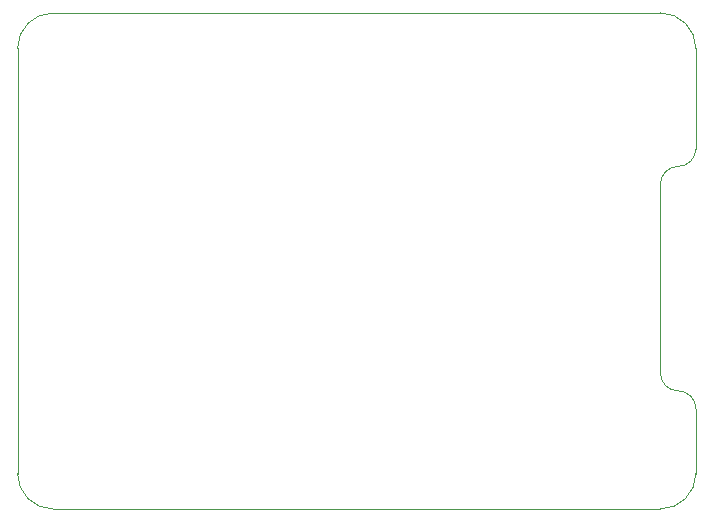
<source format=gbr>
%TF.GenerationSoftware,KiCad,Pcbnew,8.0.1-rc1*%
%TF.CreationDate,2024-04-16T22:30:49-06:00*%
%TF.ProjectId,bitaxe-ESP-OLED,62697461-7865-42d4-9553-502d4f4c4544,rev?*%
%TF.SameCoordinates,Original*%
%TF.FileFunction,Profile,NP*%
%FSLAX46Y46*%
G04 Gerber Fmt 4.6, Leading zero omitted, Abs format (unit mm)*
G04 Created by KiCad (PCBNEW 8.0.1-rc1) date 2024-04-16 22:30:49*
%MOMM*%
%LPD*%
G01*
G04 APERTURE LIST*
%TA.AperFunction,Profile*%
%ADD10C,0.100000*%
%TD*%
G04 APERTURE END LIST*
D10*
X132573000Y-104000000D02*
G75*
G02*
X129573000Y-101000000I0J3000000D01*
G01*
X184000000Y-62000000D02*
X132573000Y-62000000D01*
X187000000Y-101000000D02*
G75*
G02*
X184000000Y-104000000I-3000000J0D01*
G01*
X132573000Y-104000000D02*
X184000000Y-104000000D01*
X184000000Y-76500000D02*
G75*
G02*
X185500000Y-75000000I1500000J0D01*
G01*
X184000000Y-62000000D02*
G75*
G02*
X187000000Y-65000000I0J-3000000D01*
G01*
X187000000Y-73500000D02*
X187000000Y-65000000D01*
X187000000Y-95500000D02*
X187000000Y-101000000D01*
X129573000Y-65000000D02*
X129573000Y-101000000D01*
X184000000Y-76500000D02*
X184000000Y-92500000D01*
X129573000Y-65000000D02*
G75*
G02*
X132573000Y-62000000I3000000J0D01*
G01*
X185500000Y-94000000D02*
G75*
G02*
X184000000Y-92500000I0J1500000D01*
G01*
X187000000Y-73500000D02*
G75*
G02*
X185500000Y-75000000I-1500000J0D01*
G01*
X185500000Y-94000000D02*
G75*
G02*
X187000000Y-95500000I0J-1500000D01*
G01*
M02*

</source>
